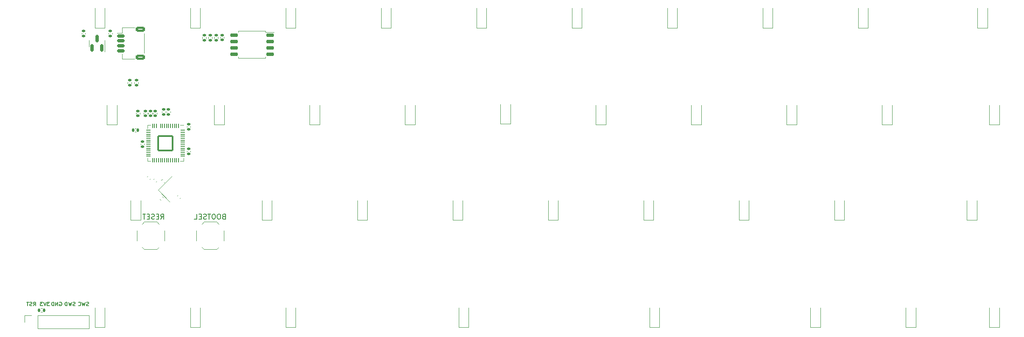
<source format=gbo>
%TF.GenerationSoftware,KiCad,Pcbnew,7.0.6*%
%TF.CreationDate,2023-07-18T22:48:20-04:00*%
%TF.ProjectId,cutiepie2040-standard-stagger,63757469-6570-4696-9532-3034302d7374,rev?*%
%TF.SameCoordinates,PX2d6b3a0PY7aa1830*%
%TF.FileFunction,Legend,Bot*%
%TF.FilePolarity,Positive*%
%FSLAX46Y46*%
G04 Gerber Fmt 4.6, Leading zero omitted, Abs format (unit mm)*
G04 Created by KiCad (PCBNEW 7.0.6) date 2023-07-18 22:48:20*
%MOMM*%
%LPD*%
G01*
G04 APERTURE LIST*
G04 Aperture macros list*
%AMRoundRect*
0 Rectangle with rounded corners*
0 $1 Rounding radius*
0 $2 $3 $4 $5 $6 $7 $8 $9 X,Y pos of 4 corners*
0 Add a 4 corners polygon primitive as box body*
4,1,4,$2,$3,$4,$5,$6,$7,$8,$9,$2,$3,0*
0 Add four circle primitives for the rounded corners*
1,1,$1+$1,$2,$3*
1,1,$1+$1,$4,$5*
1,1,$1+$1,$6,$7*
1,1,$1+$1,$8,$9*
0 Add four rect primitives between the rounded corners*
20,1,$1+$1,$2,$3,$4,$5,0*
20,1,$1+$1,$4,$5,$6,$7,0*
20,1,$1+$1,$6,$7,$8,$9,0*
20,1,$1+$1,$8,$9,$2,$3,0*%
%AMRotRect*
0 Rectangle, with rotation*
0 The origin of the aperture is its center*
0 $1 length*
0 $2 width*
0 $3 Rotation angle, in degrees counterclockwise*
0 Add horizontal line*
21,1,$1,$2,0,0,$3*%
G04 Aperture macros list end*
%ADD10C,0.150000*%
%ADD11C,0.120000*%
%ADD12R,2.550000X2.500000*%
%ADD13C,1.750000*%
%ADD14C,3.000000*%
%ADD15C,3.987800*%
%ADD16R,1.200000X0.900000*%
%ADD17RoundRect,0.135000X-0.185000X0.135000X-0.185000X-0.135000X0.185000X-0.135000X0.185000X0.135000X0*%
%ADD18RoundRect,0.135000X0.135000X0.185000X-0.135000X0.185000X-0.135000X-0.185000X0.135000X-0.185000X0*%
%ADD19RoundRect,0.140000X0.170000X-0.140000X0.170000X0.140000X-0.170000X0.140000X-0.170000X-0.140000X0*%
%ADD20RoundRect,0.140000X-0.021213X0.219203X-0.219203X0.021213X0.021213X-0.219203X0.219203X-0.021213X0*%
%ADD21R,1.700000X1.700000*%
%ADD22O,1.700000X1.700000*%
%ADD23R,1.700000X1.000000*%
%ADD24RotRect,1.400000X1.200000X45.000000*%
%ADD25RoundRect,0.135000X0.035355X-0.226274X0.226274X-0.035355X-0.035355X0.226274X-0.226274X0.035355X0*%
%ADD26RoundRect,0.140000X0.140000X0.170000X-0.140000X0.170000X-0.140000X-0.170000X0.140000X-0.170000X0*%
%ADD27RoundRect,0.140000X-0.170000X0.140000X-0.170000X-0.140000X0.170000X-0.140000X0.170000X0.140000X0*%
%ADD28RoundRect,0.150000X-0.625000X0.150000X-0.625000X-0.150000X0.625000X-0.150000X0.625000X0.150000X0*%
%ADD29RoundRect,0.229167X-0.670833X0.320833X-0.670833X-0.320833X0.670833X-0.320833X0.670833X0.320833X0*%
%ADD30RoundRect,0.140000X0.021213X-0.219203X0.219203X-0.021213X-0.021213X0.219203X-0.219203X0.021213X0*%
%ADD31C,3.048000*%
%ADD32R,2.550000X2.000000*%
%ADD33RoundRect,0.140000X0.219203X0.021213X0.021213X0.219203X-0.219203X-0.021213X-0.021213X-0.219203X0*%
%ADD34RoundRect,0.050000X0.387500X0.050000X-0.387500X0.050000X-0.387500X-0.050000X0.387500X-0.050000X0*%
%ADD35RoundRect,0.050000X0.050000X0.387500X-0.050000X0.387500X-0.050000X-0.387500X0.050000X-0.387500X0*%
%ADD36RoundRect,0.144000X1.456000X1.456000X-1.456000X1.456000X-1.456000X-1.456000X1.456000X-1.456000X0*%
%ADD37RoundRect,0.150000X0.150000X-0.587500X0.150000X0.587500X-0.150000X0.587500X-0.150000X-0.587500X0*%
%ADD38RoundRect,0.135000X0.185000X-0.135000X0.185000X0.135000X-0.185000X0.135000X-0.185000X-0.135000X0*%
%ADD39RoundRect,0.150000X0.650000X0.150000X-0.650000X0.150000X-0.650000X-0.150000X0.650000X-0.150000X0*%
G04 APERTURE END LIST*
D10*
X8012853Y11090774D02*
X8084282Y11126488D01*
X8084282Y11126488D02*
X8191424Y11126488D01*
X8191424Y11126488D02*
X8298567Y11090774D01*
X8298567Y11090774D02*
X8369996Y11019345D01*
X8369996Y11019345D02*
X8405710Y10947917D01*
X8405710Y10947917D02*
X8441424Y10805060D01*
X8441424Y10805060D02*
X8441424Y10697917D01*
X8441424Y10697917D02*
X8405710Y10555060D01*
X8405710Y10555060D02*
X8369996Y10483631D01*
X8369996Y10483631D02*
X8298567Y10412202D01*
X8298567Y10412202D02*
X8191424Y10376488D01*
X8191424Y10376488D02*
X8119996Y10376488D01*
X8119996Y10376488D02*
X8012853Y10412202D01*
X8012853Y10412202D02*
X7977139Y10447917D01*
X7977139Y10447917D02*
X7977139Y10697917D01*
X7977139Y10697917D02*
X8119996Y10697917D01*
X7655710Y10376488D02*
X7655710Y11126488D01*
X7655710Y11126488D02*
X7227139Y10376488D01*
X7227139Y10376488D02*
X7227139Y11126488D01*
X6869996Y10376488D02*
X6869996Y11126488D01*
X6869996Y11126488D02*
X6691425Y11126488D01*
X6691425Y11126488D02*
X6584282Y11090774D01*
X6584282Y11090774D02*
X6512853Y11019345D01*
X6512853Y11019345D02*
X6477139Y10947917D01*
X6477139Y10947917D02*
X6441425Y10805060D01*
X6441425Y10805060D02*
X6441425Y10697917D01*
X6441425Y10697917D02*
X6477139Y10555060D01*
X6477139Y10555060D02*
X6512853Y10483631D01*
X6512853Y10483631D02*
X6584282Y10412202D01*
X6584282Y10412202D02*
X6691425Y10376488D01*
X6691425Y10376488D02*
X6869996Y10376488D01*
X13817107Y10412400D02*
X13709965Y10376686D01*
X13709965Y10376686D02*
X13531393Y10376686D01*
X13531393Y10376686D02*
X13459965Y10412400D01*
X13459965Y10412400D02*
X13424250Y10448115D01*
X13424250Y10448115D02*
X13388536Y10519543D01*
X13388536Y10519543D02*
X13388536Y10590972D01*
X13388536Y10590972D02*
X13424250Y10662400D01*
X13424250Y10662400D02*
X13459965Y10698115D01*
X13459965Y10698115D02*
X13531393Y10733829D01*
X13531393Y10733829D02*
X13674250Y10769543D01*
X13674250Y10769543D02*
X13745679Y10805258D01*
X13745679Y10805258D02*
X13781393Y10840972D01*
X13781393Y10840972D02*
X13817107Y10912400D01*
X13817107Y10912400D02*
X13817107Y10983829D01*
X13817107Y10983829D02*
X13781393Y11055258D01*
X13781393Y11055258D02*
X13745679Y11090972D01*
X13745679Y11090972D02*
X13674250Y11126686D01*
X13674250Y11126686D02*
X13495679Y11126686D01*
X13495679Y11126686D02*
X13388536Y11090972D01*
X13138536Y11126686D02*
X12959964Y10376686D01*
X12959964Y10376686D02*
X12817107Y10912400D01*
X12817107Y10912400D02*
X12674250Y10376686D01*
X12674250Y10376686D02*
X12495679Y11126686D01*
X11781393Y10448115D02*
X11817107Y10412400D01*
X11817107Y10412400D02*
X11924250Y10376686D01*
X11924250Y10376686D02*
X11995678Y10376686D01*
X11995678Y10376686D02*
X12102821Y10412400D01*
X12102821Y10412400D02*
X12174250Y10483829D01*
X12174250Y10483829D02*
X12209964Y10555258D01*
X12209964Y10555258D02*
X12245678Y10698115D01*
X12245678Y10698115D02*
X12245678Y10805258D01*
X12245678Y10805258D02*
X12209964Y10948115D01*
X12209964Y10948115D02*
X12174250Y11019543D01*
X12174250Y11019543D02*
X12102821Y11090972D01*
X12102821Y11090972D02*
X11995678Y11126686D01*
X11995678Y11126686D02*
X11924250Y11126686D01*
X11924250Y11126686D02*
X11817107Y11090972D01*
X11817107Y11090972D02*
X11781393Y11055258D01*
X11138097Y10412400D02*
X11030955Y10376686D01*
X11030955Y10376686D02*
X10852383Y10376686D01*
X10852383Y10376686D02*
X10780955Y10412400D01*
X10780955Y10412400D02*
X10745240Y10448115D01*
X10745240Y10448115D02*
X10709526Y10519543D01*
X10709526Y10519543D02*
X10709526Y10590972D01*
X10709526Y10590972D02*
X10745240Y10662400D01*
X10745240Y10662400D02*
X10780955Y10698115D01*
X10780955Y10698115D02*
X10852383Y10733829D01*
X10852383Y10733829D02*
X10995240Y10769543D01*
X10995240Y10769543D02*
X11066669Y10805258D01*
X11066669Y10805258D02*
X11102383Y10840972D01*
X11102383Y10840972D02*
X11138097Y10912400D01*
X11138097Y10912400D02*
X11138097Y10983829D01*
X11138097Y10983829D02*
X11102383Y11055258D01*
X11102383Y11055258D02*
X11066669Y11090972D01*
X11066669Y11090972D02*
X10995240Y11126686D01*
X10995240Y11126686D02*
X10816669Y11126686D01*
X10816669Y11126686D02*
X10709526Y11090972D01*
X10459526Y11126686D02*
X10280954Y10376686D01*
X10280954Y10376686D02*
X10138097Y10912400D01*
X10138097Y10912400D02*
X9995240Y10376686D01*
X9995240Y10376686D02*
X9816669Y11126686D01*
X9530954Y10376686D02*
X9530954Y11126686D01*
X9530954Y11126686D02*
X9352383Y11126686D01*
X9352383Y11126686D02*
X9245240Y11090972D01*
X9245240Y11090972D02*
X9173811Y11019543D01*
X9173811Y11019543D02*
X9138097Y10948115D01*
X9138097Y10948115D02*
X9102383Y10805258D01*
X9102383Y10805258D02*
X9102383Y10698115D01*
X9102383Y10698115D02*
X9138097Y10555258D01*
X9138097Y10555258D02*
X9173811Y10483829D01*
X9173811Y10483829D02*
X9245240Y10412400D01*
X9245240Y10412400D02*
X9352383Y10376686D01*
X9352383Y10376686D02*
X9530954Y10376686D01*
X5988740Y11126686D02*
X5524454Y11126686D01*
X5524454Y11126686D02*
X5774454Y10840972D01*
X5774454Y10840972D02*
X5667311Y10840972D01*
X5667311Y10840972D02*
X5595883Y10805258D01*
X5595883Y10805258D02*
X5560168Y10769543D01*
X5560168Y10769543D02*
X5524454Y10698115D01*
X5524454Y10698115D02*
X5524454Y10519543D01*
X5524454Y10519543D02*
X5560168Y10448115D01*
X5560168Y10448115D02*
X5595883Y10412400D01*
X5595883Y10412400D02*
X5667311Y10376686D01*
X5667311Y10376686D02*
X5881597Y10376686D01*
X5881597Y10376686D02*
X5953025Y10412400D01*
X5953025Y10412400D02*
X5988740Y10448115D01*
X5310168Y11126686D02*
X5060168Y10376686D01*
X5060168Y10376686D02*
X4810168Y11126686D01*
X4631597Y11126686D02*
X4167311Y11126686D01*
X4167311Y11126686D02*
X4417311Y10840972D01*
X4417311Y10840972D02*
X4310168Y10840972D01*
X4310168Y10840972D02*
X4238740Y10805258D01*
X4238740Y10805258D02*
X4203025Y10769543D01*
X4203025Y10769543D02*
X4167311Y10698115D01*
X4167311Y10698115D02*
X4167311Y10519543D01*
X4167311Y10519543D02*
X4203025Y10448115D01*
X4203025Y10448115D02*
X4238740Y10412400D01*
X4238740Y10412400D02*
X4310168Y10376686D01*
X4310168Y10376686D02*
X4524454Y10376686D01*
X4524454Y10376686D02*
X4595882Y10412400D01*
X4595882Y10412400D02*
X4631597Y10448115D01*
X2791886Y10376686D02*
X3041886Y10733829D01*
X3220457Y10376686D02*
X3220457Y11126686D01*
X3220457Y11126686D02*
X2934743Y11126686D01*
X2934743Y11126686D02*
X2863314Y11090972D01*
X2863314Y11090972D02*
X2827600Y11055258D01*
X2827600Y11055258D02*
X2791886Y10983829D01*
X2791886Y10983829D02*
X2791886Y10876686D01*
X2791886Y10876686D02*
X2827600Y10805258D01*
X2827600Y10805258D02*
X2863314Y10769543D01*
X2863314Y10769543D02*
X2934743Y10733829D01*
X2934743Y10733829D02*
X3220457Y10733829D01*
X2506171Y10412400D02*
X2399029Y10376686D01*
X2399029Y10376686D02*
X2220457Y10376686D01*
X2220457Y10376686D02*
X2149029Y10412400D01*
X2149029Y10412400D02*
X2113314Y10448115D01*
X2113314Y10448115D02*
X2077600Y10519543D01*
X2077600Y10519543D02*
X2077600Y10590972D01*
X2077600Y10590972D02*
X2113314Y10662400D01*
X2113314Y10662400D02*
X2149029Y10698115D01*
X2149029Y10698115D02*
X2220457Y10733829D01*
X2220457Y10733829D02*
X2363314Y10769543D01*
X2363314Y10769543D02*
X2434743Y10805258D01*
X2434743Y10805258D02*
X2470457Y10840972D01*
X2470457Y10840972D02*
X2506171Y10912400D01*
X2506171Y10912400D02*
X2506171Y10983829D01*
X2506171Y10983829D02*
X2470457Y11055258D01*
X2470457Y11055258D02*
X2434743Y11090972D01*
X2434743Y11090972D02*
X2363314Y11126686D01*
X2363314Y11126686D02*
X2184743Y11126686D01*
X2184743Y11126686D02*
X2077600Y11090972D01*
X1863314Y11126686D02*
X1434743Y11126686D01*
X1649028Y10376686D02*
X1649028Y11126686D01*
X28241386Y27703055D02*
X28574719Y28179246D01*
X28812814Y27703055D02*
X28812814Y28703055D01*
X28812814Y28703055D02*
X28431862Y28703055D01*
X28431862Y28703055D02*
X28336624Y28655436D01*
X28336624Y28655436D02*
X28289005Y28607817D01*
X28289005Y28607817D02*
X28241386Y28512579D01*
X28241386Y28512579D02*
X28241386Y28369722D01*
X28241386Y28369722D02*
X28289005Y28274484D01*
X28289005Y28274484D02*
X28336624Y28226865D01*
X28336624Y28226865D02*
X28431862Y28179246D01*
X28431862Y28179246D02*
X28812814Y28179246D01*
X27812814Y28226865D02*
X27479481Y28226865D01*
X27336624Y27703055D02*
X27812814Y27703055D01*
X27812814Y27703055D02*
X27812814Y28703055D01*
X27812814Y28703055D02*
X27336624Y28703055D01*
X26955671Y27750674D02*
X26812814Y27703055D01*
X26812814Y27703055D02*
X26574719Y27703055D01*
X26574719Y27703055D02*
X26479481Y27750674D01*
X26479481Y27750674D02*
X26431862Y27798294D01*
X26431862Y27798294D02*
X26384243Y27893532D01*
X26384243Y27893532D02*
X26384243Y27988770D01*
X26384243Y27988770D02*
X26431862Y28084008D01*
X26431862Y28084008D02*
X26479481Y28131627D01*
X26479481Y28131627D02*
X26574719Y28179246D01*
X26574719Y28179246D02*
X26765195Y28226865D01*
X26765195Y28226865D02*
X26860433Y28274484D01*
X26860433Y28274484D02*
X26908052Y28322103D01*
X26908052Y28322103D02*
X26955671Y28417341D01*
X26955671Y28417341D02*
X26955671Y28512579D01*
X26955671Y28512579D02*
X26908052Y28607817D01*
X26908052Y28607817D02*
X26860433Y28655436D01*
X26860433Y28655436D02*
X26765195Y28703055D01*
X26765195Y28703055D02*
X26527100Y28703055D01*
X26527100Y28703055D02*
X26384243Y28655436D01*
X25955671Y28226865D02*
X25622338Y28226865D01*
X25479481Y27703055D02*
X25955671Y27703055D01*
X25955671Y27703055D02*
X25955671Y28703055D01*
X25955671Y28703055D02*
X25479481Y28703055D01*
X25193766Y28703055D02*
X24622338Y28703055D01*
X24908052Y27703055D02*
X24908052Y28703055D01*
X40790572Y28226865D02*
X40647715Y28179246D01*
X40647715Y28179246D02*
X40600096Y28131627D01*
X40600096Y28131627D02*
X40552477Y28036389D01*
X40552477Y28036389D02*
X40552477Y27893532D01*
X40552477Y27893532D02*
X40600096Y27798294D01*
X40600096Y27798294D02*
X40647715Y27750674D01*
X40647715Y27750674D02*
X40742953Y27703055D01*
X40742953Y27703055D02*
X41123905Y27703055D01*
X41123905Y27703055D02*
X41123905Y28703055D01*
X41123905Y28703055D02*
X40790572Y28703055D01*
X40790572Y28703055D02*
X40695334Y28655436D01*
X40695334Y28655436D02*
X40647715Y28607817D01*
X40647715Y28607817D02*
X40600096Y28512579D01*
X40600096Y28512579D02*
X40600096Y28417341D01*
X40600096Y28417341D02*
X40647715Y28322103D01*
X40647715Y28322103D02*
X40695334Y28274484D01*
X40695334Y28274484D02*
X40790572Y28226865D01*
X40790572Y28226865D02*
X41123905Y28226865D01*
X39933429Y28703055D02*
X39742953Y28703055D01*
X39742953Y28703055D02*
X39647715Y28655436D01*
X39647715Y28655436D02*
X39552477Y28560198D01*
X39552477Y28560198D02*
X39504858Y28369722D01*
X39504858Y28369722D02*
X39504858Y28036389D01*
X39504858Y28036389D02*
X39552477Y27845913D01*
X39552477Y27845913D02*
X39647715Y27750674D01*
X39647715Y27750674D02*
X39742953Y27703055D01*
X39742953Y27703055D02*
X39933429Y27703055D01*
X39933429Y27703055D02*
X40028667Y27750674D01*
X40028667Y27750674D02*
X40123905Y27845913D01*
X40123905Y27845913D02*
X40171524Y28036389D01*
X40171524Y28036389D02*
X40171524Y28369722D01*
X40171524Y28369722D02*
X40123905Y28560198D01*
X40123905Y28560198D02*
X40028667Y28655436D01*
X40028667Y28655436D02*
X39933429Y28703055D01*
X38885810Y28703055D02*
X38695334Y28703055D01*
X38695334Y28703055D02*
X38600096Y28655436D01*
X38600096Y28655436D02*
X38504858Y28560198D01*
X38504858Y28560198D02*
X38457239Y28369722D01*
X38457239Y28369722D02*
X38457239Y28036389D01*
X38457239Y28036389D02*
X38504858Y27845913D01*
X38504858Y27845913D02*
X38600096Y27750674D01*
X38600096Y27750674D02*
X38695334Y27703055D01*
X38695334Y27703055D02*
X38885810Y27703055D01*
X38885810Y27703055D02*
X38981048Y27750674D01*
X38981048Y27750674D02*
X39076286Y27845913D01*
X39076286Y27845913D02*
X39123905Y28036389D01*
X39123905Y28036389D02*
X39123905Y28369722D01*
X39123905Y28369722D02*
X39076286Y28560198D01*
X39076286Y28560198D02*
X38981048Y28655436D01*
X38981048Y28655436D02*
X38885810Y28703055D01*
X38171524Y28703055D02*
X37600096Y28703055D01*
X37885810Y27703055D02*
X37885810Y28703055D01*
X37314381Y27750674D02*
X37171524Y27703055D01*
X37171524Y27703055D02*
X36933429Y27703055D01*
X36933429Y27703055D02*
X36838191Y27750674D01*
X36838191Y27750674D02*
X36790572Y27798294D01*
X36790572Y27798294D02*
X36742953Y27893532D01*
X36742953Y27893532D02*
X36742953Y27988770D01*
X36742953Y27988770D02*
X36790572Y28084008D01*
X36790572Y28084008D02*
X36838191Y28131627D01*
X36838191Y28131627D02*
X36933429Y28179246D01*
X36933429Y28179246D02*
X37123905Y28226865D01*
X37123905Y28226865D02*
X37219143Y28274484D01*
X37219143Y28274484D02*
X37266762Y28322103D01*
X37266762Y28322103D02*
X37314381Y28417341D01*
X37314381Y28417341D02*
X37314381Y28512579D01*
X37314381Y28512579D02*
X37266762Y28607817D01*
X37266762Y28607817D02*
X37219143Y28655436D01*
X37219143Y28655436D02*
X37123905Y28703055D01*
X37123905Y28703055D02*
X36885810Y28703055D01*
X36885810Y28703055D02*
X36742953Y28655436D01*
X36314381Y28226865D02*
X35981048Y28226865D01*
X35838191Y27703055D02*
X36314381Y27703055D01*
X36314381Y27703055D02*
X36314381Y28703055D01*
X36314381Y28703055D02*
X35838191Y28703055D01*
X34933429Y27703055D02*
X35409619Y27703055D01*
X35409619Y27703055D02*
X35409619Y28703055D01*
D11*
%TO.C,D21*%
X115085955Y46565862D02*
X115085955Y50465862D01*
X117085955Y46565862D02*
X115085955Y46565862D01*
X117085955Y46565862D02*
X117085955Y50465862D01*
%TO.C,D24*%
X129373467Y65913453D02*
X129373467Y69813453D01*
X131373467Y65913453D02*
X129373467Y65913453D01*
X131373467Y65913453D02*
X131373467Y69813453D01*
%TO.C,D22*%
X124630802Y27515846D02*
X124630802Y31415846D01*
X126630802Y27515846D02*
X124630802Y27515846D01*
X126630802Y27515846D02*
X126630802Y31415846D01*
%TO.C,R_Flash2*%
X39670726Y64096409D02*
X39670726Y63789127D01*
X38910726Y64096409D02*
X38910726Y63789127D01*
%TO.C,R_RST1*%
X4564813Y9905224D02*
X4257531Y9905224D01*
X4564813Y9145224D02*
X4257531Y9145224D01*
%TO.C,C_1V-Decoup1*%
X26727038Y48707644D02*
X26727038Y48923316D01*
X27447038Y48707644D02*
X27447038Y48923316D01*
%TO.C,D13*%
X72223622Y65913453D02*
X72223622Y69813453D01*
X74223622Y65913453D02*
X72223622Y65913453D01*
X74223622Y65913453D02*
X74223622Y69813453D01*
%TO.C,C_LD1*%
X17797077Y64677791D02*
X17797077Y64893463D01*
X18517077Y64677791D02*
X18517077Y64893463D01*
%TO.C,D34*%
X176998507Y6084578D02*
X176998507Y9984578D01*
X178998507Y6084578D02*
X176998507Y6084578D01*
X178998507Y6084578D02*
X178998507Y9984578D01*
%TO.C,D23*%
X125801589Y6084578D02*
X125801589Y9984578D01*
X127801589Y6084578D02*
X125801589Y6084578D01*
X127801589Y6084578D02*
X127801589Y9984578D01*
%TO.C,C_3V-Decoup8*%
X26950109Y35793904D02*
X26797606Y35641401D01*
X27459226Y35284787D02*
X27306723Y35132284D01*
%TO.C,C_1V-Decoup2*%
X29405960Y49005302D02*
X29405960Y49220974D01*
X30125960Y49005302D02*
X30125960Y49220974D01*
%TO.C,D17*%
X96035939Y46701801D02*
X96035939Y50601801D01*
X98035939Y46701801D02*
X96035939Y46701801D01*
X98035939Y46701801D02*
X98035939Y50601801D01*
%TO.C,D30*%
X157948491Y6084578D02*
X157948491Y9984578D01*
X159948491Y6084578D02*
X157948491Y6084578D01*
X159948491Y6084578D02*
X159948491Y9984578D01*
%TO.C,D9*%
X53173574Y65913453D02*
X53173574Y69813453D01*
X55173574Y65913453D02*
X53173574Y65913453D01*
X55173574Y65913453D02*
X55173574Y69813453D01*
%TO.C,D25*%
X134135971Y46565862D02*
X134135971Y50465862D01*
X136135971Y46565862D02*
X134135971Y46565862D01*
X136135971Y46565862D02*
X136135971Y50465862D01*
%TO.C,R_DATA2*%
X22406501Y55071110D02*
X22406501Y54763828D01*
X21646501Y55071110D02*
X21646501Y54763828D01*
%TO.C,D31*%
X167473499Y65913453D02*
X167473499Y69813453D01*
X169473499Y65913453D02*
X167473499Y65913453D01*
X169473499Y65913453D02*
X169473499Y69813453D01*
%TO.C,J2*%
X13871172Y8473972D02*
X13871172Y5813972D01*
X3651172Y8473972D02*
X13871172Y8473972D01*
X3651172Y8473972D02*
X3651172Y5813972D01*
X2381172Y8473972D02*
X1051172Y8473972D01*
X1051172Y8473972D02*
X1051172Y7143972D01*
X3651172Y5813972D02*
X13871172Y5813972D01*
%TO.C,D35*%
X191286019Y65913453D02*
X191286019Y69813453D01*
X193286019Y65913453D02*
X191286019Y65913453D01*
X193286019Y65913453D02*
X193286019Y69813453D01*
%TO.C,D16*%
X91273670Y65913453D02*
X91273670Y69813453D01*
X93273670Y65913453D02*
X91273670Y65913453D01*
X93273670Y65913453D02*
X93273670Y69813453D01*
%TO.C,SW2*%
X23443816Y23407874D02*
X23443816Y25407874D01*
X24493816Y26707874D02*
X24943816Y27157874D01*
X24493816Y22107874D02*
X24943816Y21657874D01*
X24943816Y27157874D02*
X27443816Y27157874D01*
X24943816Y21657874D02*
X27443816Y21657874D01*
X27893816Y26707874D02*
X27443816Y27157874D01*
X27893816Y22107874D02*
X27443816Y21657874D01*
X28943816Y23407874D02*
X28943816Y25407874D01*
%TO.C,D19*%
X87701557Y6084578D02*
X87701557Y9984578D01*
X89701557Y6084578D02*
X87701557Y6084578D01*
X89701557Y6084578D02*
X89701557Y9984578D01*
%TO.C,D27*%
X148423483Y65913453D02*
X148423483Y69813453D01*
X150423483Y65913453D02*
X148423483Y65913453D01*
X150423483Y65913453D02*
X150423483Y69813453D01*
%TO.C,C_1V-Decoup3*%
X26185091Y35796591D02*
X26032588Y35644088D01*
X25675974Y36305708D02*
X25523471Y36153205D01*
%TO.C,D2*%
X17454623Y46565862D02*
X17454623Y50465862D01*
X19454623Y46565862D02*
X17454623Y46565862D01*
X19454623Y46565862D02*
X19454623Y50465862D01*
%TO.C,Y1*%
X27666096Y33501732D02*
X30494523Y36330159D01*
X29999549Y31168279D02*
X27666096Y33501732D01*
%TO.C,D18*%
X105580786Y27515846D02*
X105580786Y31415846D01*
X107580786Y27515846D02*
X105580786Y27515846D01*
X107580786Y27515846D02*
X107580786Y31415846D01*
%TO.C,D33*%
X189202823Y27515700D02*
X189202823Y31415700D01*
X191202823Y27515700D02*
X189202823Y27515700D01*
X191202823Y27515700D02*
X191202823Y31415700D01*
%TO.C,D37*%
X193667271Y6084578D02*
X193667271Y9984578D01*
X195667271Y6084578D02*
X193667271Y6084578D01*
X195667271Y6084578D02*
X195667271Y9984578D01*
%TO.C,C_3V-Decoup6*%
X33424343Y46028722D02*
X33424343Y46244394D01*
X34144343Y46028722D02*
X34144343Y46244394D01*
%TO.C,SW1*%
X35350096Y23407874D02*
X35350096Y25407874D01*
X36400096Y26707874D02*
X36850096Y27157874D01*
X36400096Y22107874D02*
X36850096Y21657874D01*
X36850096Y27157874D02*
X39350096Y27157874D01*
X36850096Y21657874D02*
X39350096Y21657874D01*
X39800096Y26707874D02*
X39350096Y27157874D01*
X39800096Y22107874D02*
X39350096Y21657874D01*
X40850096Y23407874D02*
X40850096Y25407874D01*
%TO.C,D10*%
X57935907Y46565862D02*
X57935907Y50465862D01*
X59935907Y46565862D02*
X57935907Y46565862D01*
X59935907Y46565862D02*
X59935907Y50465862D01*
%TO.C,D4*%
X15073371Y6084578D02*
X15073371Y9984578D01*
X17073371Y6084578D02*
X15073371Y6084578D01*
X17073371Y6084578D02*
X17073371Y9984578D01*
%TO.C,R_Crystal1*%
X28314828Y35464146D02*
X28532109Y35681427D01*
X28852229Y34926745D02*
X29069510Y35144026D01*
%TO.C,C_3V-Decoup5*%
X23291807Y45102608D02*
X23076135Y45102608D01*
X23291807Y45822608D02*
X23076135Y45822608D01*
%TO.C,C_Flash1*%
X40841352Y64080604D02*
X40841352Y63864932D01*
X40121352Y64080604D02*
X40121352Y63864932D01*
%TO.C,C_3V-Decoup7*%
X26504064Y48707644D02*
X26504064Y48923316D01*
X25784064Y48707644D02*
X25784064Y48923316D01*
%TO.C,C_3V-Decoup1*%
X23303971Y48707644D02*
X23303971Y48923316D01*
X24023971Y48707644D02*
X24023971Y48923316D01*
%TO.C,D6*%
X38885891Y46565862D02*
X38885891Y50465862D01*
X40885891Y46565862D02*
X38885891Y46565862D01*
X40885891Y46565862D02*
X40885891Y50465862D01*
%TO.C,D32*%
X172236003Y46565862D02*
X172236003Y50465862D01*
X174236003Y46565862D02*
X172236003Y46565862D01*
X174236003Y46565862D02*
X174236003Y50465862D01*
%TO.C,C_3V-Decoup4*%
X24196945Y42554772D02*
X24196945Y42770444D01*
X24916945Y42554772D02*
X24916945Y42770444D01*
%TO.C,J1*%
X22964880Y65915627D02*
X20464880Y65915627D01*
X20464880Y65915627D02*
X20464880Y64865627D01*
X20464880Y64865627D02*
X19474880Y64865627D01*
X24934880Y64745627D02*
X24934880Y60865627D01*
X22964880Y59695627D02*
X20464880Y59695627D01*
X20464880Y59695627D02*
X20464880Y60745627D01*
%TO.C,C_Crystal1*%
X31518489Y32325263D02*
X31670992Y32477766D01*
X32027606Y31816146D02*
X32180109Y31968649D01*
%TO.C,D36*%
X193667271Y46565862D02*
X193667271Y50465862D01*
X195667271Y46565862D02*
X193667271Y46565862D01*
X195667271Y46565862D02*
X195667271Y50465862D01*
%TO.C,D26*%
X143680818Y27515846D02*
X143680818Y31415846D01*
X145680818Y27515846D02*
X143680818Y27515846D01*
X145680818Y27515846D02*
X145680818Y31415846D01*
%TO.C,R_DATA1*%
X23746313Y55071110D02*
X23746313Y54763828D01*
X22986313Y55071110D02*
X22986313Y54763828D01*
%TO.C,D15*%
X86530770Y27515846D02*
X86530770Y31415846D01*
X88530770Y27515846D02*
X86530770Y27515846D01*
X88530770Y27515846D02*
X88530770Y31415846D01*
%TO.C,D14*%
X76985923Y46565862D02*
X76985923Y50465862D01*
X78985923Y46565862D02*
X76985923Y46565862D01*
X78985923Y46565862D02*
X78985923Y50465862D01*
%TO.C,C_Crystal2*%
X28174451Y31524132D02*
X28021948Y31676635D01*
X28683568Y32033249D02*
X28531065Y32185752D01*
%TO.C,R_Flash1*%
X37289474Y64096409D02*
X37289474Y63789127D01*
X36529474Y64096409D02*
X36529474Y63789127D01*
%TO.C,D11*%
X67480754Y27515846D02*
X67480754Y31415846D01*
X69480754Y27515846D02*
X67480754Y27515846D01*
X69480754Y27515846D02*
X69480754Y31415846D01*
%TO.C,D28*%
X153185987Y46565862D02*
X153185987Y50465862D01*
X155185987Y46565862D02*
X153185987Y46565862D01*
X155185987Y46565862D02*
X155185987Y50465862D01*
%TO.C,C_3V-Decoup2*%
X24841090Y48707644D02*
X24841090Y48923316D01*
X25561090Y48707644D02*
X25561090Y48923316D01*
%TO.C,C_LD2*%
X12439251Y64677791D02*
X12439251Y64893463D01*
X13159251Y64677791D02*
X13159251Y64893463D01*
%TO.C,D7*%
X48430738Y27515846D02*
X48430738Y31415846D01*
X50430738Y27515846D02*
X48430738Y27515846D01*
X50430738Y27515846D02*
X50430738Y31415846D01*
%TO.C,C_3V-Decoup9*%
X34144343Y41333037D02*
X34144343Y41117365D01*
X33424343Y41333037D02*
X33424343Y41117365D01*
%TO.C,D29*%
X162730834Y27515846D02*
X162730834Y31415846D01*
X164730834Y27515846D02*
X162730834Y27515846D01*
X164730834Y27515846D02*
X164730834Y31415846D01*
%TO.C,U1*%
X32780386Y39252608D02*
X32780386Y39902608D01*
X32130386Y39252608D02*
X32780386Y39252608D01*
X32130386Y46472608D02*
X32780386Y46472608D01*
X26210386Y39252608D02*
X25560386Y39252608D01*
X26210386Y46472608D02*
X25560386Y46472608D01*
X25560386Y39252608D02*
X25560386Y39902608D01*
X25560386Y46472608D02*
X25560386Y45822608D01*
%TO.C,D8*%
X34123387Y6084578D02*
X34123387Y9984578D01*
X36123387Y6084578D02*
X34123387Y6084578D01*
X36123387Y6084578D02*
X36123387Y9984578D01*
%TO.C,U3*%
X13918164Y62805627D02*
X13918164Y62155627D01*
X13918164Y62805627D02*
X13918164Y63455627D01*
X17038164Y62805627D02*
X17038164Y61130627D01*
X17038164Y62805627D02*
X17038164Y63455627D01*
%TO.C,D3*%
X22217484Y27528249D02*
X22217484Y31428249D01*
X24217484Y27528249D02*
X22217484Y27528249D01*
X24217484Y27528249D02*
X24217484Y31428249D01*
%TO.C,D5*%
X34123526Y65913453D02*
X34123526Y69813453D01*
X36123526Y65913453D02*
X34123526Y65913453D01*
X36123526Y65913453D02*
X36123526Y69813453D01*
%TO.C,R_Flash3*%
X37720100Y63789127D02*
X37720100Y64096409D01*
X38480100Y63789127D02*
X38480100Y64096409D01*
%TO.C,U2*%
X49159492Y59822768D02*
X49159492Y60082768D01*
X49159492Y65012768D02*
X50834492Y65012768D01*
X49159492Y65272768D02*
X49159492Y65012768D01*
X46434492Y59822768D02*
X49159492Y59822768D01*
X46434492Y59822768D02*
X43709492Y59822768D01*
X46434492Y65272768D02*
X49159492Y65272768D01*
X46434492Y65272768D02*
X43709492Y65272768D01*
X43709492Y59822768D02*
X43709492Y60082768D01*
X43709492Y65272768D02*
X43709492Y65012768D01*
%TO.C,C_3V-Decoup3*%
X28462986Y49005302D02*
X28462986Y49220974D01*
X29182986Y49005302D02*
X29182986Y49220974D01*
%TO.C,D1*%
X15073478Y65913453D02*
X15073478Y69813453D01*
X17073478Y65913453D02*
X15073478Y65913453D01*
X17073478Y65913453D02*
X17073478Y69813453D01*
%TO.C,D20*%
X110323718Y65913453D02*
X110323718Y69813453D01*
X112323718Y65913453D02*
X110323718Y65913453D01*
X112323718Y65913453D02*
X112323718Y69813453D01*
%TO.C,D12*%
X53173403Y6084578D02*
X53173403Y9984578D01*
X55173403Y6084578D02*
X53173403Y6084578D01*
X55173403Y6084578D02*
X55173403Y9984578D01*
%TD*%
%LPC*%
D12*
%TO.C,MX6*%
X39179380Y57467794D03*
X26252380Y54927794D03*
D13*
X28257380Y52387794D03*
D14*
X29527380Y54927794D03*
D15*
X33337380Y52387794D03*
D14*
X35877380Y57467794D03*
D13*
X38417380Y52387794D03*
%TD*%
D16*
%TO.C,D21*%
X116085955Y47165862D03*
X116085955Y50465862D03*
%TD*%
%TO.C,D24*%
X130373467Y66513453D03*
X130373467Y69813453D03*
%TD*%
D13*
%TO.C,MX31*%
X167004880Y71437794D03*
D14*
X164464880Y76517794D03*
D15*
X161924880Y71437794D03*
D14*
X158114880Y73977794D03*
D13*
X156844880Y71437794D03*
D12*
X154839880Y73977794D03*
X167766880Y76517794D03*
%TD*%
D13*
%TO.C,MX33*%
X188436130Y33337584D03*
D14*
X185896130Y38417584D03*
D15*
X183356130Y33337584D03*
D14*
X179546130Y35877584D03*
D13*
X178276130Y33337584D03*
D12*
X176271130Y35877584D03*
X189198130Y38417584D03*
%TD*%
D16*
%TO.C,D22*%
X125630802Y28115846D03*
X125630802Y31415846D03*
%TD*%
D17*
%TO.C,R_Flash2*%
X39290726Y64452768D03*
X39290726Y63432768D03*
%TD*%
D18*
%TO.C,R_RST1*%
X3901172Y9525224D03*
X4921172Y9525224D03*
%TD*%
D19*
%TO.C,C_1V-Decoup1*%
X27087038Y48335480D03*
X27087038Y49295480D03*
%TD*%
D16*
%TO.C,D13*%
X73223622Y66513453D03*
X73223622Y69813453D03*
%TD*%
D19*
%TO.C,C_LD1*%
X18157077Y64305627D03*
X18157077Y65265627D03*
%TD*%
D16*
%TO.C,D34*%
X177998507Y6684578D03*
X177998507Y9984578D03*
%TD*%
D13*
%TO.C,MX4*%
X14604880Y14287794D03*
D14*
X12064880Y19367794D03*
D15*
X9524880Y14287794D03*
D14*
X5714880Y16827794D03*
D13*
X4444880Y14287794D03*
D12*
X2439880Y16827794D03*
X15366880Y19367794D03*
%TD*%
D13*
%TO.C,MX14*%
X76517380Y52387794D03*
D14*
X73977380Y57467794D03*
D15*
X71437380Y52387794D03*
D14*
X67627380Y54927794D03*
D13*
X66357380Y52387794D03*
D12*
X64352380Y54927794D03*
X77279380Y57467794D03*
%TD*%
%TO.C,MX10*%
X58229380Y57467794D03*
X45302380Y54927794D03*
D13*
X47307380Y52387794D03*
D14*
X48577380Y54927794D03*
D15*
X52387380Y52387794D03*
D14*
X54927380Y57467794D03*
D13*
X57467380Y52387794D03*
%TD*%
D16*
%TO.C,D23*%
X126801589Y6684578D03*
X126801589Y9984578D03*
%TD*%
D20*
%TO.C,C_3V-Decoup8*%
X26789005Y35123683D03*
X27467827Y35802505D03*
%TD*%
D19*
%TO.C,C_1V-Decoup2*%
X29765960Y48633138D03*
X29765960Y49593138D03*
%TD*%
D13*
%TO.C,MX13*%
X71754880Y71437794D03*
D14*
X69214880Y76517794D03*
D15*
X66674880Y71437794D03*
D14*
X62864880Y73977794D03*
D13*
X61594880Y71437794D03*
D12*
X59589880Y73977794D03*
X72516880Y76517794D03*
%TD*%
D16*
%TO.C,D17*%
X97035939Y47301801D03*
X97035939Y50601801D03*
%TD*%
%TO.C,D30*%
X158948491Y6684578D03*
X158948491Y9984578D03*
%TD*%
%TO.C,D9*%
X54173574Y66513453D03*
X54173574Y69813453D03*
%TD*%
D13*
%TO.C,MX24*%
X128904880Y71437794D03*
D14*
X126364880Y76517794D03*
D15*
X123824880Y71437794D03*
D14*
X120014880Y73977794D03*
D13*
X118744880Y71437794D03*
D12*
X116739880Y73977794D03*
X129666880Y76517794D03*
%TD*%
D16*
%TO.C,D25*%
X135135971Y47165862D03*
X135135971Y50465862D03*
%TD*%
D17*
%TO.C,R_DATA2*%
X22026501Y55427469D03*
X22026501Y54407470D03*
%TD*%
D13*
%TO.C,MX22*%
X124142380Y33337744D03*
D14*
X121602380Y38417744D03*
D15*
X119062380Y33337744D03*
D14*
X115252380Y35877744D03*
D13*
X113982380Y33337744D03*
D12*
X111977380Y35877744D03*
X124904380Y38417744D03*
%TD*%
D16*
%TO.C,D31*%
X168473499Y66513453D03*
X168473499Y69813453D03*
%TD*%
D13*
%TO.C,MX16*%
X90804880Y71437794D03*
D14*
X88264880Y76517794D03*
D15*
X85724880Y71437794D03*
D14*
X81914880Y73977794D03*
D13*
X80644880Y71437794D03*
D12*
X78639880Y73977794D03*
X91566880Y76517794D03*
%TD*%
D21*
%TO.C,J2*%
X2381172Y7143972D03*
D22*
X4921172Y7143972D03*
X7461172Y7143972D03*
X10001172Y7143972D03*
X12541172Y7143972D03*
%TD*%
D13*
%TO.C,MX18*%
X105092380Y33337794D03*
D14*
X102552380Y38417794D03*
D15*
X100012380Y33337794D03*
D14*
X96202380Y35877794D03*
D13*
X94932380Y33337794D03*
D12*
X92927380Y35877794D03*
X105854380Y38417794D03*
%TD*%
D16*
%TO.C,D35*%
X192286019Y66513453D03*
X192286019Y69813453D03*
%TD*%
%TO.C,D16*%
X92273670Y66513453D03*
X92273670Y69813453D03*
%TD*%
D23*
%TO.C,SW2*%
X23043816Y22507874D03*
X29343816Y22507874D03*
X23043816Y26307874D03*
X29343816Y26307874D03*
%TD*%
D16*
%TO.C,D19*%
X88701557Y6684578D03*
X88701557Y9984578D03*
%TD*%
D13*
%TO.C,MX15*%
X86042380Y33337744D03*
D14*
X83502380Y38417744D03*
D15*
X80962380Y33337744D03*
D14*
X77152380Y35877744D03*
D13*
X75882380Y33337744D03*
D12*
X73877380Y35877744D03*
X86804380Y38417744D03*
%TD*%
D16*
%TO.C,D27*%
X149423483Y66513453D03*
X149423483Y69813453D03*
%TD*%
D13*
%TO.C,MX32*%
X171767380Y52387794D03*
D14*
X169227380Y57467794D03*
D15*
X166687380Y52387794D03*
D14*
X162877380Y54927794D03*
D13*
X161607380Y52387794D03*
D12*
X159602380Y54927794D03*
X172529380Y57467794D03*
%TD*%
D20*
%TO.C,C_1V-Decoup3*%
X26193692Y36314309D03*
X25514870Y35635487D03*
%TD*%
D16*
%TO.C,D2*%
X18454623Y47165862D03*
X18454623Y50465862D03*
%TD*%
D24*
%TO.C,Y1*%
X28868178Y33572442D03*
X30423813Y35128077D03*
X31625894Y33925996D03*
X30070259Y32370361D03*
%TD*%
D16*
%TO.C,D18*%
X106580786Y28115846D03*
X106580786Y31415846D03*
%TD*%
%TO.C,D33*%
X190202823Y28115700D03*
X190202823Y31415700D03*
%TD*%
D13*
%TO.C,MX1*%
X14604880Y71437794D03*
D14*
X12064880Y76517794D03*
D15*
X9524880Y71437794D03*
D14*
X5714880Y73977794D03*
D13*
X4444880Y71437794D03*
D12*
X2439880Y73977794D03*
X15366880Y76517794D03*
%TD*%
D16*
%TO.C,D37*%
X194667271Y6684578D03*
X194667271Y9984578D03*
%TD*%
D19*
%TO.C,C_3V-Decoup6*%
X33784343Y45656558D03*
X33784343Y46616558D03*
%TD*%
D23*
%TO.C,SW1*%
X34950096Y22507874D03*
X41250096Y22507874D03*
X34950096Y26307874D03*
X41250096Y26307874D03*
%TD*%
D13*
%TO.C,MX17*%
X95567380Y52387794D03*
D14*
X93027380Y57467794D03*
D15*
X90487380Y52387794D03*
D14*
X86677380Y54927794D03*
D13*
X85407380Y52387794D03*
D12*
X83402380Y54927794D03*
X96329380Y57467794D03*
%TD*%
D16*
%TO.C,D10*%
X58935907Y47165862D03*
X58935907Y50465862D03*
%TD*%
D13*
%TO.C,MX7*%
X47942380Y33337794D03*
D14*
X45402380Y38417794D03*
D15*
X42862380Y33337794D03*
D14*
X39052380Y35877794D03*
D13*
X37782380Y33337794D03*
D12*
X35777380Y35877794D03*
X48704380Y38417794D03*
%TD*%
D16*
%TO.C,D4*%
X16073371Y6684578D03*
X16073371Y9984578D03*
%TD*%
D13*
%TO.C,MX35*%
X190817380Y71437794D03*
D14*
X188277380Y76517794D03*
D15*
X185737380Y71437794D03*
D14*
X181927380Y73977794D03*
D13*
X180657380Y71437794D03*
D12*
X178652380Y73977794D03*
X191579380Y76517794D03*
%TD*%
D25*
%TO.C,R_Crystal1*%
X28331545Y34943462D03*
X29052793Y35664710D03*
%TD*%
D26*
%TO.C,C_3V-Decoup5*%
X23663971Y45462608D03*
X22703971Y45462608D03*
%TD*%
D13*
%TO.C,MX26*%
X143192380Y33337794D03*
D14*
X140652380Y38417794D03*
D15*
X138112380Y33337794D03*
D14*
X134302380Y35877794D03*
D13*
X133032380Y33337794D03*
D12*
X131027380Y35877794D03*
X143954380Y38417794D03*
%TD*%
D13*
%TO.C,MX12*%
X52704880Y14287794D03*
D14*
X50164880Y19367794D03*
D15*
X47624880Y14287794D03*
D14*
X43814880Y16827794D03*
D13*
X42544880Y14287794D03*
D12*
X40539880Y16827794D03*
X53466880Y19367794D03*
%TD*%
D27*
%TO.C,C_Flash1*%
X40481352Y64452768D03*
X40481352Y63492768D03*
%TD*%
D13*
%TO.C,MX36*%
X193198630Y52387794D03*
D14*
X190658630Y57467794D03*
D15*
X188118630Y52387794D03*
D14*
X184308630Y54927794D03*
D13*
X183038630Y52387794D03*
D12*
X181033630Y54927794D03*
X193960630Y57467794D03*
%TD*%
D19*
%TO.C,C_3V-Decoup7*%
X26144064Y49295480D03*
X26144064Y48335480D03*
%TD*%
%TO.C,C_3V-Decoup1*%
X23663971Y48335480D03*
X23663971Y49295480D03*
%TD*%
D16*
%TO.C,D6*%
X39885891Y47165862D03*
X39885891Y50465862D03*
%TD*%
%TO.C,D32*%
X173236003Y47165862D03*
X173236003Y50465862D03*
%TD*%
D19*
%TO.C,C_3V-Decoup4*%
X24556945Y42182608D03*
X24556945Y43142608D03*
%TD*%
D28*
%TO.C,J1*%
X20249880Y64305627D03*
X20249880Y63305627D03*
X20249880Y62305627D03*
X20249880Y61305627D03*
D29*
X24124880Y65605627D03*
X24124880Y60005627D03*
%TD*%
D30*
%TO.C,C_Crystal1*%
X31509888Y31807545D03*
X32188710Y32486367D03*
%TD*%
D13*
%TO.C,MX30*%
X157479880Y14287794D03*
D14*
X154939880Y19367794D03*
D15*
X152399880Y14287794D03*
D14*
X148589880Y16827794D03*
D13*
X147319880Y14287794D03*
D12*
X145314880Y16827794D03*
X158241880Y19367794D03*
%TD*%
D13*
%TO.C,MX9*%
X52704880Y71437794D03*
D14*
X50164880Y76517794D03*
D15*
X47624880Y71437794D03*
D14*
X43814880Y73977794D03*
D13*
X42544880Y71437794D03*
D12*
X40539880Y73977794D03*
X53466880Y76517794D03*
%TD*%
D13*
%TO.C,MX27*%
X147954880Y71437794D03*
D14*
X145414880Y76517794D03*
D15*
X142874880Y71437794D03*
D14*
X139064880Y73977794D03*
D13*
X137794880Y71437794D03*
D12*
X135789880Y73977794D03*
X148716880Y76517794D03*
%TD*%
D16*
%TO.C,D36*%
X194667271Y47165862D03*
X194667271Y50465862D03*
%TD*%
%TO.C,D26*%
X144680818Y28115846D03*
X144680818Y31415846D03*
%TD*%
D13*
%TO.C,MX11*%
X66992380Y33337744D03*
D14*
X64452380Y38417744D03*
D15*
X61932163Y33337744D03*
D14*
X58102380Y35877744D03*
D13*
X56832380Y33337744D03*
D12*
X54827380Y35877744D03*
X67754380Y38417744D03*
%TD*%
D17*
%TO.C,R_DATA1*%
X23366313Y55427469D03*
X23366313Y54407470D03*
%TD*%
D31*
%TO.C,MX38*%
X128587380Y2540024D03*
D15*
X128587380Y17780024D03*
D13*
X105092380Y9525024D03*
D14*
X102552380Y14605024D03*
D15*
X100012380Y9525024D03*
D14*
X96202380Y12065024D03*
D13*
X94932380Y9525024D03*
D31*
X71437380Y2540024D03*
D15*
X71437380Y17780024D03*
D12*
X92927380Y12065024D03*
D32*
X105854380Y14605024D03*
%TD*%
D16*
%TO.C,D15*%
X87530770Y28115846D03*
X87530770Y31415846D03*
%TD*%
%TO.C,D14*%
X77985923Y47165862D03*
X77985923Y50465862D03*
%TD*%
D33*
%TO.C,C_Crystal2*%
X28692169Y31515531D03*
X28013347Y32194353D03*
%TD*%
D13*
%TO.C,MX5*%
X33654880Y71437794D03*
D14*
X31114880Y76517794D03*
D15*
X28574880Y71437794D03*
D14*
X24764880Y73977794D03*
D13*
X23494880Y71437794D03*
D12*
X21489880Y73977794D03*
X34416880Y76517794D03*
%TD*%
D17*
%TO.C,R_Flash1*%
X36909474Y64452768D03*
X36909474Y63432768D03*
%TD*%
D13*
%TO.C,MX8*%
X33654880Y14287794D03*
D14*
X31114880Y19367794D03*
D15*
X28574880Y14287794D03*
D14*
X24764880Y16827794D03*
D13*
X23494880Y14287794D03*
D12*
X21489880Y16827794D03*
X34416880Y19367794D03*
%TD*%
D16*
%TO.C,D11*%
X68480754Y28115846D03*
X68480754Y31415846D03*
%TD*%
%TO.C,D28*%
X154185987Y47165862D03*
X154185987Y50465862D03*
%TD*%
D13*
%TO.C,MX25*%
X133667380Y52387794D03*
D14*
X131127380Y57467794D03*
D15*
X128587380Y52387794D03*
D14*
X124777380Y54927794D03*
D13*
X123507380Y52387794D03*
D12*
X121502380Y54927794D03*
X134429380Y57467794D03*
%TD*%
D19*
%TO.C,C_3V-Decoup2*%
X25201090Y48335480D03*
X25201090Y49295480D03*
%TD*%
D13*
%TO.C,MX28*%
X152717380Y52387794D03*
D14*
X150177380Y57467794D03*
D15*
X147637380Y52387794D03*
D14*
X143827380Y54927794D03*
D13*
X142557380Y52387794D03*
D12*
X140552380Y54927794D03*
X153479380Y57467794D03*
%TD*%
D31*
%TO.C,MX23*%
X131000380Y2540024D03*
D15*
X131000380Y17780024D03*
D13*
X124142380Y9525024D03*
D14*
X121602380Y14605024D03*
D15*
X119062380Y9525024D03*
D14*
X115252380Y12065024D03*
D13*
X113982380Y9525024D03*
D31*
X107124380Y2540024D03*
D15*
X107124380Y17780024D03*
D12*
X111977380Y12065024D03*
X124904380Y14605024D03*
%TD*%
D19*
%TO.C,C_LD2*%
X12799251Y64305627D03*
X12799251Y65265627D03*
%TD*%
D31*
%TO.C,MX19*%
X92900380Y2540294D03*
D15*
X92900380Y17780294D03*
D13*
X86042380Y9525294D03*
D14*
X83502380Y14605294D03*
D15*
X80962380Y9525294D03*
D14*
X77152380Y12065294D03*
D13*
X75882380Y9525294D03*
D31*
X69024380Y2540294D03*
D15*
X69024380Y17780294D03*
D12*
X73877380Y12065294D03*
X86804380Y14605294D03*
%TD*%
D16*
%TO.C,D7*%
X49430738Y28115846D03*
X49430738Y31415846D03*
%TD*%
D13*
%TO.C,MX29*%
X162242380Y33337794D03*
D14*
X159702380Y38417794D03*
D15*
X157162380Y33337794D03*
D14*
X153352380Y35877794D03*
D13*
X152082380Y33337794D03*
D12*
X150077380Y35877794D03*
X163004380Y38417794D03*
%TD*%
D27*
%TO.C,C_3V-Decoup9*%
X33784343Y41705201D03*
X33784343Y40745201D03*
%TD*%
D13*
%TO.C,MX37*%
X195579880Y14287794D03*
D14*
X193039880Y19367794D03*
D15*
X190499880Y14287794D03*
D14*
X186689880Y16827794D03*
D13*
X185419880Y14287794D03*
D12*
X183414880Y16827794D03*
X196341880Y19367794D03*
%TD*%
%TO.C,MX2*%
X17748130Y57467794D03*
X4821130Y54927794D03*
D13*
X6826130Y52387794D03*
D14*
X8096130Y54927794D03*
D15*
X11906130Y52387794D03*
D14*
X14446130Y57467794D03*
D13*
X16986130Y52387794D03*
%TD*%
D16*
%TO.C,D29*%
X163730834Y28115846D03*
X163730834Y31415846D03*
%TD*%
D34*
%TO.C,U1*%
X32607886Y45462608D03*
X32607886Y45062608D03*
X32607886Y44662608D03*
X32607886Y44262608D03*
X32607886Y43862608D03*
X32607886Y43462608D03*
X32607886Y43062608D03*
X32607886Y42662608D03*
X32607886Y42262608D03*
X32607886Y41862608D03*
X32607886Y41462608D03*
X32607886Y41062608D03*
X32607886Y40662608D03*
X32607886Y40262608D03*
D35*
X31770386Y39425108D03*
X31370386Y39425108D03*
X30970386Y39425108D03*
X30570386Y39425108D03*
X30170386Y39425108D03*
X29770386Y39425108D03*
X29370386Y39425108D03*
X28970386Y39425108D03*
X28570386Y39425108D03*
X28170386Y39425108D03*
X27770386Y39425108D03*
X27370386Y39425108D03*
X26970386Y39425108D03*
X26570386Y39425108D03*
D34*
X25732886Y40262608D03*
X25732886Y40662608D03*
X25732886Y41062608D03*
X25732886Y41462608D03*
X25732886Y41862608D03*
X25732886Y42262608D03*
X25732886Y42662608D03*
X25732886Y43062608D03*
X25732886Y43462608D03*
X25732886Y43862608D03*
X25732886Y44262608D03*
X25732886Y44662608D03*
X25732886Y45062608D03*
X25732886Y45462608D03*
D35*
X26570386Y46300108D03*
X26970386Y46300108D03*
X27370386Y46300108D03*
X28170386Y46300108D03*
X28570386Y46300108D03*
X28970386Y46300108D03*
X29370386Y46300108D03*
X29770386Y46300108D03*
X30170386Y46300108D03*
X30570386Y46300108D03*
X30970386Y46300108D03*
X31370386Y46300108D03*
X31770386Y46300108D03*
D36*
X29170386Y42862608D03*
%TD*%
D13*
%TO.C,MX20*%
X109854880Y71437794D03*
D14*
X107314880Y76517794D03*
D15*
X104774880Y71437794D03*
D14*
X100964880Y73977794D03*
D13*
X99694880Y71437794D03*
D12*
X97689880Y73977794D03*
X110616880Y76517794D03*
%TD*%
D16*
%TO.C,D8*%
X35123387Y6684578D03*
X35123387Y9984578D03*
%TD*%
D37*
%TO.C,U3*%
X16428164Y61868127D03*
X14528164Y61868127D03*
X15478164Y63743127D03*
%TD*%
D16*
%TO.C,D3*%
X23217484Y28128249D03*
X23217484Y31428249D03*
%TD*%
%TO.C,D5*%
X35123526Y66513453D03*
X35123526Y69813453D03*
%TD*%
D38*
%TO.C,R_Flash3*%
X38100100Y63432768D03*
X38100100Y64452768D03*
%TD*%
D13*
%TO.C,MX21*%
X114617380Y52387794D03*
D14*
X112077380Y57467794D03*
D15*
X109537380Y52387794D03*
D14*
X105727380Y54927794D03*
D13*
X104457380Y52387794D03*
D12*
X102452380Y54927794D03*
X115379380Y57467794D03*
%TD*%
D39*
%TO.C,U2*%
X50034492Y64452768D03*
X50034492Y63182768D03*
X50034492Y61912768D03*
X50034492Y60642768D03*
X42834492Y60642768D03*
X42834492Y61912768D03*
X42834492Y63182768D03*
X42834492Y64452768D03*
%TD*%
D19*
%TO.C,C_3V-Decoup3*%
X28822986Y48633138D03*
X28822986Y49593138D03*
%TD*%
D16*
%TO.C,D1*%
X16073478Y66513453D03*
X16073478Y69813453D03*
%TD*%
%TO.C,D20*%
X111323718Y66513453D03*
X111323718Y69813453D03*
%TD*%
D13*
%TO.C,MX34*%
X176529880Y14287794D03*
D14*
X173989880Y19367794D03*
D15*
X171449880Y14287794D03*
D14*
X167639880Y16827794D03*
D13*
X166369880Y14287794D03*
D12*
X164364880Y16827794D03*
X177291880Y19367794D03*
%TD*%
D13*
%TO.C,MX3*%
X21748630Y33337794D03*
D14*
X19208630Y38417794D03*
D15*
X16668630Y33337794D03*
D14*
X12858630Y35877794D03*
D13*
X11588630Y33337794D03*
D12*
X9583630Y35877794D03*
X22510630Y38417794D03*
%TD*%
D16*
%TO.C,D12*%
X54173403Y6684578D03*
X54173403Y9984578D03*
%TD*%
%LPD*%
M02*

</source>
